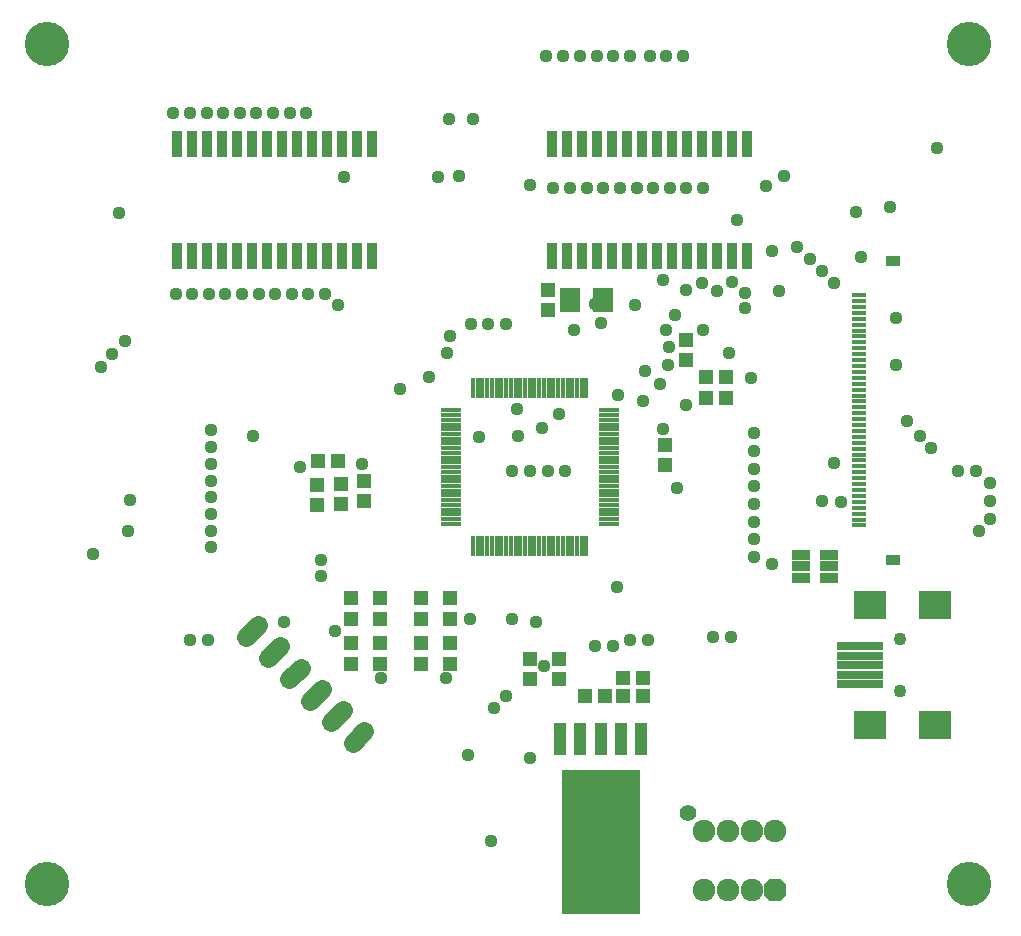
<source format=gbr>
G04 EAGLE Gerber RS-274X export*
G75*
%MOMM*%
%FSLAX34Y34*%
%LPD*%
%INSoldermask Top*%
%IPPOS*%
%AMOC8*
5,1,8,0,0,1.08239X$1,22.5*%
G01*
%ADD10R,1.203200X1.303200*%
%ADD11R,1.803200X2.003200*%
%ADD12R,1.303200X1.203200*%
%ADD13R,1.503200X0.853200*%
%ADD14R,1.703200X0.403200*%
%ADD15R,0.403200X1.703200*%
%ADD16R,0.953200X2.203200*%
%ADD17R,6.703200X12.203200*%
%ADD18R,1.053200X2.703200*%
%ADD19C,1.625600*%
%ADD20R,1.203200X1.203200*%
%ADD21R,1.203200X0.453200*%
%ADD22R,1.303200X0.903200*%
%ADD23C,1.917700*%
%ADD24P,2.075699X8X22.500000*%
%ADD25C,1.403200*%
%ADD26C,1.103200*%
%ADD27R,2.743200X2.489200*%
%ADD28R,4.013200X0.711200*%
%ADD29C,3.759200*%
%ADD30C,1.109600*%


D10*
X319450Y374800D03*
X319450Y391800D03*
X475300Y536800D03*
X475300Y553800D03*
X574200Y405200D03*
X574200Y422200D03*
X485000Y224000D03*
X485000Y241000D03*
X460000Y224000D03*
X460000Y241000D03*
D11*
X494000Y545300D03*
X522000Y545300D03*
D10*
X280000Y388650D03*
X280000Y371650D03*
D12*
X539000Y225000D03*
X556000Y225000D03*
X609200Y462200D03*
X626200Y462200D03*
D13*
X713300Y319600D03*
X689300Y310100D03*
X689300Y329100D03*
X689300Y319600D03*
X713300Y310100D03*
X713300Y329100D03*
D14*
X392900Y451700D03*
X392900Y447700D03*
X392900Y443700D03*
X392900Y439700D03*
X392900Y435700D03*
X392900Y431700D03*
X392900Y427700D03*
X392900Y423700D03*
X392900Y419700D03*
X392900Y415700D03*
X392900Y411700D03*
X392900Y407700D03*
X392900Y403700D03*
X392900Y399700D03*
X392900Y395700D03*
X392900Y391700D03*
X392900Y387700D03*
X392900Y383700D03*
X392900Y379700D03*
X392900Y375700D03*
X392900Y371700D03*
X392900Y367700D03*
X392900Y363700D03*
X392900Y359700D03*
X392900Y355700D03*
D15*
X411900Y336700D03*
X415900Y336700D03*
X419900Y336700D03*
X423900Y336700D03*
X427900Y336700D03*
X431900Y336700D03*
X435900Y336700D03*
X439900Y336700D03*
X443900Y336700D03*
X447900Y336700D03*
X451900Y336700D03*
X455900Y336700D03*
X459900Y336700D03*
X463900Y336700D03*
X467900Y336700D03*
X471900Y336700D03*
X475900Y336700D03*
X479900Y336700D03*
X483900Y336700D03*
X487900Y336700D03*
X491900Y336700D03*
X495900Y336700D03*
X499900Y336700D03*
X503900Y336700D03*
X507900Y336700D03*
D14*
X526900Y355700D03*
X526900Y359700D03*
X526900Y363700D03*
X526900Y367700D03*
X526900Y371700D03*
X526900Y375700D03*
X526900Y379700D03*
X526900Y383700D03*
X526900Y387700D03*
X526900Y391700D03*
X526900Y395700D03*
X526900Y399700D03*
X526900Y403700D03*
X526900Y407700D03*
X526900Y411700D03*
X526900Y415700D03*
X526900Y419700D03*
X526900Y423700D03*
X526900Y427700D03*
X526900Y431700D03*
X526900Y435700D03*
X526900Y439700D03*
X526900Y443700D03*
X526900Y447700D03*
X526900Y451700D03*
D15*
X507900Y470700D03*
X503900Y470700D03*
X499900Y470700D03*
X495900Y470700D03*
X491900Y470700D03*
X487900Y470700D03*
X483900Y470700D03*
X479900Y470700D03*
X475900Y470700D03*
X471900Y470700D03*
X467900Y470700D03*
X463900Y470700D03*
X459900Y470700D03*
X455900Y470700D03*
X451900Y470700D03*
X447900Y470700D03*
X443900Y470700D03*
X439900Y470700D03*
X435900Y470700D03*
X431900Y470700D03*
X427900Y470700D03*
X423900Y470700D03*
X419900Y470700D03*
X415900Y470700D03*
X411900Y470700D03*
D16*
X478950Y582312D03*
X491650Y582312D03*
X504350Y582312D03*
X517050Y582312D03*
X529750Y582312D03*
X542450Y582312D03*
X555150Y582312D03*
X567850Y582312D03*
X580550Y582312D03*
X593250Y582312D03*
X605950Y582312D03*
X618650Y582312D03*
X631350Y582312D03*
X644050Y582312D03*
X644050Y676888D03*
X631350Y676888D03*
X618650Y676888D03*
X605950Y676888D03*
X593250Y676888D03*
X580550Y676888D03*
X567850Y676888D03*
X555150Y676888D03*
X542450Y676888D03*
X529750Y676888D03*
X517050Y676888D03*
X504350Y676888D03*
X491650Y676888D03*
X478950Y676888D03*
X161450Y582312D03*
X174150Y582312D03*
X186850Y582312D03*
X199550Y582312D03*
X212250Y582312D03*
X224950Y582312D03*
X237650Y582312D03*
X250350Y582312D03*
X263050Y582312D03*
X275750Y582312D03*
X288450Y582312D03*
X301150Y582312D03*
X313850Y582312D03*
X326550Y582312D03*
X326550Y676888D03*
X313850Y676888D03*
X301150Y676888D03*
X288450Y676888D03*
X275750Y676888D03*
X263050Y676888D03*
X250350Y676888D03*
X237650Y676888D03*
X224950Y676888D03*
X212250Y676888D03*
X199550Y676888D03*
X186850Y676888D03*
X174150Y676888D03*
X161450Y676888D03*
D17*
X519900Y86600D03*
D18*
X554300Y173200D03*
X537100Y173200D03*
X519900Y173200D03*
X502700Y173200D03*
X485500Y173200D03*
D19*
X230128Y269930D02*
X220070Y259872D01*
X238030Y241912D02*
X248088Y251970D01*
X266049Y234009D02*
X255991Y223951D01*
X273951Y205991D02*
X284009Y216049D01*
X301970Y198088D02*
X291912Y188030D01*
X309872Y170070D02*
X319930Y180128D01*
D20*
X308300Y254400D03*
X308300Y237400D03*
X332900Y254400D03*
X332900Y237400D03*
X367500Y254400D03*
X367500Y237400D03*
X392100Y254400D03*
X392100Y237400D03*
D21*
X738900Y549300D03*
X738900Y544300D03*
X738900Y539300D03*
X738900Y534300D03*
X738900Y529300D03*
X738900Y524300D03*
X738900Y519300D03*
X738900Y514300D03*
X738900Y509300D03*
X738900Y504300D03*
X738900Y499300D03*
X738900Y494300D03*
X738900Y489300D03*
X738900Y484300D03*
X738900Y479300D03*
X738900Y474300D03*
X738900Y469300D03*
X738900Y464300D03*
X738900Y459300D03*
X738900Y454300D03*
X738900Y449300D03*
X738900Y444300D03*
X738900Y439300D03*
X738900Y434300D03*
X738900Y429300D03*
X738900Y424300D03*
X738900Y419300D03*
X738900Y414300D03*
X738900Y409300D03*
X738900Y404300D03*
X738900Y399300D03*
X738900Y394300D03*
X738900Y389300D03*
X738900Y384300D03*
X738900Y379300D03*
X738900Y374300D03*
X738900Y369300D03*
X738900Y364300D03*
X738900Y359300D03*
X738900Y354300D03*
D22*
X767400Y578300D03*
X767400Y325300D03*
D23*
X647700Y45800D03*
D24*
X667700Y45800D03*
D25*
X593700Y110800D03*
D23*
X627700Y45800D03*
X607700Y45800D03*
X607700Y95800D03*
X627700Y95800D03*
X647700Y95800D03*
X667700Y95800D03*
D26*
X773336Y213802D03*
X773336Y257998D03*
D27*
X802800Y286700D03*
X747936Y286700D03*
X802800Y185100D03*
X747936Y185100D03*
D28*
X739300Y235900D03*
X739300Y227772D03*
X739300Y219644D03*
X739300Y244028D03*
X739300Y252156D03*
D10*
X523500Y210000D03*
X506500Y210000D03*
D12*
X392100Y292500D03*
X392100Y275500D03*
D10*
X556000Y210000D03*
X539000Y210000D03*
X280900Y408600D03*
X297900Y408600D03*
D12*
X300000Y372200D03*
X300000Y389200D03*
D10*
X626200Y479700D03*
X609200Y479700D03*
D12*
X592500Y511100D03*
X592500Y494100D03*
X308300Y292500D03*
X308300Y275500D03*
X332900Y292500D03*
X332900Y275500D03*
X367500Y292500D03*
X367500Y275500D03*
D29*
X831700Y761700D03*
X50800Y761700D03*
X50800Y50800D03*
X831700Y50800D03*
D30*
X294636Y264636D03*
X334218Y225053D03*
X471718Y235053D03*
X317500Y406368D03*
X265000Y403868D03*
X534218Y302553D03*
X765000Y623868D03*
X409218Y275053D03*
X520000Y137500D03*
X570000Y473949D03*
X740000Y581449D03*
X665000Y586449D03*
X252136Y272136D03*
X585000Y386368D03*
X572500Y436368D03*
X592500Y456368D03*
X515000Y541449D03*
X302500Y648949D03*
X112500Y618949D03*
X572500Y562250D03*
X389218Y225053D03*
X382500Y648949D03*
X660000Y641449D03*
X448750Y452500D03*
X805000Y673868D03*
X642500Y551449D03*
X592500Y553949D03*
X490000Y400000D03*
X840000Y350000D03*
X850000Y360000D03*
X475000Y400000D03*
X850000Y375000D03*
X460000Y400000D03*
X850000Y390000D03*
X445000Y400000D03*
X822500Y400000D03*
X723125Y373750D03*
X779375Y443125D03*
X770000Y490000D03*
X647500Y479375D03*
X582500Y532500D03*
X717500Y560000D03*
X497500Y520000D03*
X225625Y430000D03*
X117500Y510625D03*
X411875Y698125D03*
X575000Y520000D03*
X707500Y570000D03*
X606875Y520000D03*
X628750Y500625D03*
X557500Y485000D03*
X697500Y580000D03*
X642500Y538750D03*
X670625Y552500D03*
X535000Y465000D03*
X685782Y590000D03*
X460000Y642356D03*
X675000Y650000D03*
X635000Y612500D03*
X631350Y560826D03*
X618650Y552500D03*
X400000Y650000D03*
X605950Y560000D03*
X190000Y434846D03*
X650000Y432500D03*
X717500Y407500D03*
X283282Y325154D03*
X736250Y619375D03*
X391875Y698125D03*
X106250Y499375D03*
X121250Y375625D03*
X487848Y751908D03*
X172232Y703808D03*
X577000Y490000D03*
X800000Y420000D03*
X190000Y335936D03*
X650000Y327500D03*
X440000Y525000D03*
X190000Y350000D03*
X650000Y342500D03*
X425000Y525000D03*
X190000Y364064D03*
X650000Y357500D03*
X410000Y525000D03*
X190000Y378128D03*
X650000Y372500D03*
X392500Y515000D03*
X190000Y392192D03*
X650000Y387500D03*
X390000Y500000D03*
X190000Y406256D03*
X650000Y402500D03*
X375000Y480000D03*
X190000Y420782D03*
X650000Y417500D03*
X350000Y470000D03*
X473784Y751908D03*
X158168Y703808D03*
X427500Y87500D03*
X770000Y530000D03*
X837500Y400000D03*
X548750Y541250D03*
X485000Y448750D03*
X160000Y550000D03*
X480000Y640000D03*
X555716Y459532D03*
X286576Y550000D03*
X606576Y640000D03*
X560000Y257500D03*
X272512Y550000D03*
X592512Y640000D03*
X545000Y257500D03*
X258448Y550000D03*
X578448Y640000D03*
X520000Y525782D03*
X470000Y436918D03*
X244384Y550000D03*
X564384Y640000D03*
X450000Y430000D03*
X297500Y540625D03*
X230320Y550000D03*
X550320Y640000D03*
X416670Y429418D03*
X216256Y550000D03*
X536256Y640000D03*
X187404Y257404D03*
X96875Y488125D03*
X202192Y550000D03*
X522192Y640000D03*
X440000Y210000D03*
X188128Y550000D03*
X508128Y640000D03*
X430000Y200000D03*
X516496Y751908D03*
X200360Y703808D03*
X630000Y260000D03*
X530560Y751908D03*
X214424Y703808D03*
X614821Y259821D03*
X575564Y751908D03*
X256700Y703808D03*
X530000Y252500D03*
X544624Y751908D03*
X228488Y703808D03*
X515000Y252500D03*
X460124Y157376D03*
X407500Y160000D03*
X174064Y550000D03*
X494064Y640000D03*
X465000Y272500D03*
X90000Y330000D03*
X120000Y350000D03*
X502432Y751908D03*
X186296Y703808D03*
X445000Y275000D03*
X589628Y751908D03*
X270764Y703808D03*
X172500Y257500D03*
X561500Y751908D03*
X242552Y703808D03*
X577500Y505000D03*
X790000Y430000D03*
X707500Y375000D03*
X283342Y311090D03*
X665000Y321875D03*
M02*

</source>
